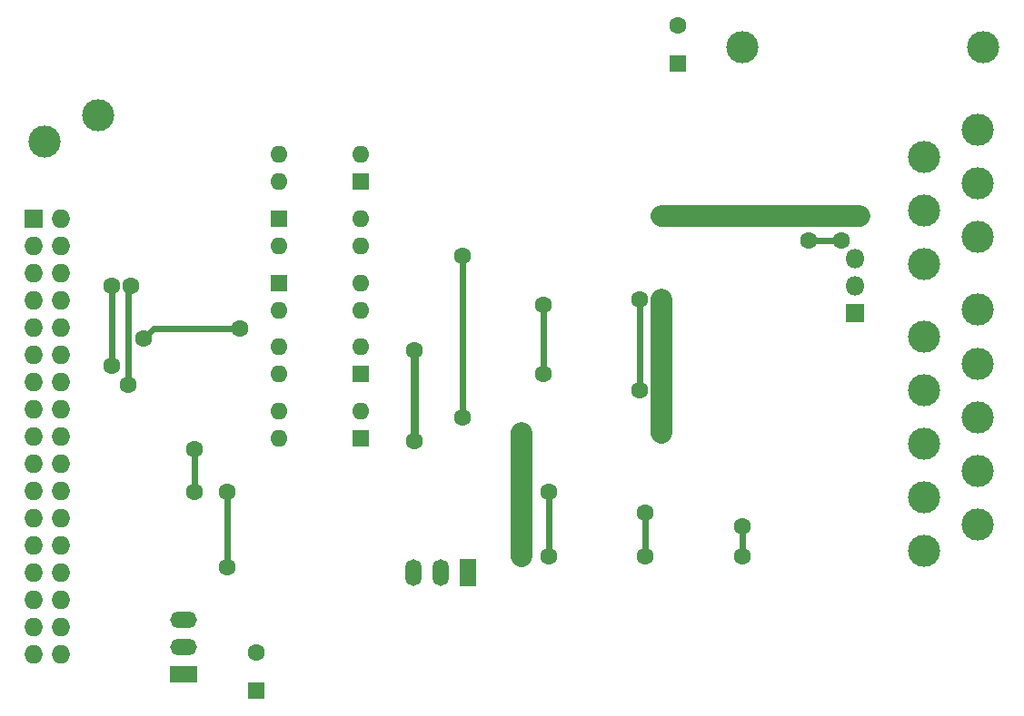
<source format=gbr>
G04 #@! TF.GenerationSoftware,KiCad,Pcbnew,no-vcs-found-b47a06e~61~ubuntu16.04.1*
G04 #@! TF.CreationDate,2017-12-14T14:59:07+02:00*
G04 #@! TF.ProjectId,controller2,636F6E74726F6C6C6572322E6B696361,rev?*
G04 #@! TF.SameCoordinates,Original*
G04 #@! TF.FileFunction,Copper,L1,Top,Signal*
G04 #@! TF.FilePolarity,Positive*
%FSLAX46Y46*%
G04 Gerber Fmt 4.6, Leading zero omitted, Abs format (unit mm)*
G04 Created by KiCad (PCBNEW no-vcs-found-b47a06e~61~ubuntu16.04.1) date Thu Dec 14 14:59:07 2017*
%MOMM*%
%LPD*%
G01*
G04 APERTURE LIST*
%ADD10O,1.600000X1.600000*%
%ADD11R,1.600000X1.600000*%
%ADD12C,3.000000*%
%ADD13R,1.800000X1.800000*%
%ADD14O,1.800000X1.800000*%
%ADD15C,1.600000*%
%ADD16R,1.727200X1.727200*%
%ADD17O,1.727200X1.727200*%
%ADD18O,1.500000X2.500000*%
%ADD19R,1.500000X2.500000*%
%ADD20R,2.500000X1.500000*%
%ADD21O,2.500000X1.500000*%
%ADD22C,0.800000*%
%ADD23C,2.000000*%
%ADD24C,0.600000*%
G04 APERTURE END LIST*
D10*
X165880000Y-95000000D03*
X173500000Y-92460000D03*
X165880000Y-92460000D03*
D11*
X173500000Y-95000000D03*
X165880000Y-74500000D03*
D10*
X173500000Y-77040000D03*
X165880000Y-77040000D03*
X173500000Y-74500000D03*
X165880000Y-89000000D03*
X173500000Y-86460000D03*
X165880000Y-86460000D03*
D11*
X173500000Y-89000000D03*
X165880000Y-80500000D03*
D10*
X173500000Y-83040000D03*
X165880000Y-83040000D03*
X173500000Y-80500000D03*
X165880000Y-71000000D03*
X173500000Y-68460000D03*
X165880000Y-68460000D03*
D11*
X173500000Y-71000000D03*
D12*
X231000000Y-66200000D03*
X226000000Y-68700000D03*
X231000000Y-71200000D03*
X226000000Y-73700000D03*
X231000000Y-76200000D03*
X226000000Y-78700000D03*
D13*
X219500000Y-83290000D03*
D14*
X219500000Y-80750000D03*
X219500000Y-78210000D03*
D12*
X149000000Y-64800000D03*
X144000000Y-67300000D03*
X209000000Y-58500000D03*
X231500000Y-58500000D03*
X231000000Y-83000000D03*
X226000000Y-85500000D03*
X231000000Y-88000000D03*
X226000000Y-90500000D03*
X231000000Y-93000000D03*
X226000000Y-95500000D03*
X231000000Y-98000000D03*
X226000000Y-100500000D03*
X231000000Y-103000000D03*
X226000000Y-105500000D03*
D15*
X163750000Y-115000000D03*
D11*
X163750000Y-118500000D03*
X203000000Y-60000000D03*
D15*
X203000000Y-56500000D03*
D16*
X143000000Y-74500000D03*
D17*
X145540000Y-74500000D03*
X143000000Y-77040000D03*
X145540000Y-77040000D03*
X143000000Y-79580000D03*
X145540000Y-79580000D03*
X143000000Y-82120000D03*
X145540000Y-82120000D03*
X143000000Y-84660000D03*
X145540000Y-84660000D03*
X143000000Y-87200000D03*
X145540000Y-87200000D03*
X143000000Y-89740000D03*
X145540000Y-89740000D03*
X143000000Y-92280000D03*
X145540000Y-92280000D03*
X143000000Y-94820000D03*
X145540000Y-94820000D03*
X143000000Y-97360000D03*
X145540000Y-97360000D03*
X143000000Y-99900000D03*
X145540000Y-99900000D03*
X143000000Y-102440000D03*
X145540000Y-102440000D03*
X143000000Y-104980000D03*
X145540000Y-104980000D03*
X143000000Y-107520000D03*
X145540000Y-107520000D03*
X143000000Y-110060000D03*
X145540000Y-110060000D03*
X143000000Y-112600000D03*
X145540000Y-112600000D03*
X143000000Y-115140000D03*
X145540000Y-115140000D03*
D18*
X178420000Y-107500000D03*
X180960000Y-107500000D03*
D19*
X183500000Y-107500000D03*
D20*
X157000000Y-117000000D03*
D21*
X157000000Y-114460000D03*
X157000000Y-111920000D03*
D15*
X178500000Y-86750000D03*
X178500000Y-95250000D03*
X220000000Y-74250000D03*
X201500000Y-74250000D03*
X199500000Y-82000000D03*
X201500000Y-94500000D03*
X188500000Y-94500000D03*
X188500000Y-106000000D03*
X201500000Y-82000000D03*
X199500000Y-90500000D03*
X183000000Y-78000000D03*
X190500000Y-89000000D03*
X190500000Y-82500010D03*
X158000000Y-96000000D03*
X158000000Y-100000000D03*
X161000000Y-100000000D03*
X161000000Y-107000000D03*
X162250000Y-84750000D03*
X153205754Y-85705754D03*
X183000000Y-93000000D03*
X191000000Y-100000000D03*
X191000000Y-106000000D03*
X209000000Y-103195020D03*
X209000000Y-106000000D03*
X200004306Y-101895010D03*
X200000000Y-106000000D03*
X215250000Y-76500000D03*
X218250000Y-76500000D03*
X150250000Y-80750001D03*
X150250000Y-88250000D03*
X152049630Y-80787083D03*
X151772803Y-90022797D03*
D22*
X178500000Y-95250000D02*
X178500000Y-86750000D01*
D23*
X201500000Y-74250000D02*
X220000000Y-74250000D01*
D24*
X199500000Y-90500000D02*
X199500000Y-82000000D01*
D23*
X201500000Y-94500000D02*
X201500000Y-82000000D01*
X188500000Y-94500000D02*
X188500000Y-106000000D01*
D24*
X183000000Y-93000000D02*
X183000000Y-78000000D01*
X183000000Y-81500000D02*
X183000000Y-78000000D01*
X190500000Y-89000000D02*
X190500000Y-84000000D01*
X190500000Y-84000000D02*
X190500000Y-82500010D01*
X158000000Y-100000000D02*
X158000000Y-96000000D01*
X161000000Y-107000000D02*
X161000000Y-100000000D01*
X153205754Y-85705754D02*
X154161508Y-84750000D01*
X161118630Y-84750000D02*
X162250000Y-84750000D01*
X154161508Y-84750000D02*
X161118630Y-84750000D01*
X191000000Y-106000000D02*
X191000000Y-100000000D01*
X209000000Y-106000000D02*
X209000000Y-103195020D01*
X200000000Y-101899316D02*
X200004306Y-101895010D01*
X200000000Y-106000000D02*
X200000000Y-101899316D01*
X218250000Y-76500000D02*
X215250000Y-76500000D01*
X150250000Y-88250000D02*
X150250000Y-80750001D01*
X151772803Y-90022797D02*
X151772803Y-81063910D01*
X151772803Y-81063910D02*
X152049630Y-80787083D01*
M02*

</source>
